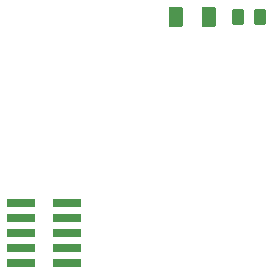
<source format=gbr>
%TF.GenerationSoftware,KiCad,Pcbnew,7.0.10-7.0.10~ubuntu22.04.1*%
%TF.CreationDate,2024-01-21T09:33:42-08:00*%
%TF.ProjectId,MAG_encoder_adapter,4d41475f-656e-4636-9f64-65725f616461,rev?*%
%TF.SameCoordinates,Original*%
%TF.FileFunction,Paste,Top*%
%TF.FilePolarity,Positive*%
%FSLAX46Y46*%
G04 Gerber Fmt 4.6, Leading zero omitted, Abs format (unit mm)*
G04 Created by KiCad (PCBNEW 7.0.10-7.0.10~ubuntu22.04.1) date 2024-01-21 09:33:42*
%MOMM*%
%LPD*%
G01*
G04 APERTURE LIST*
G04 Aperture macros list*
%AMRoundRect*
0 Rectangle with rounded corners*
0 $1 Rounding radius*
0 $2 $3 $4 $5 $6 $7 $8 $9 X,Y pos of 4 corners*
0 Add a 4 corners polygon primitive as box body*
4,1,4,$2,$3,$4,$5,$6,$7,$8,$9,$2,$3,0*
0 Add four circle primitives for the rounded corners*
1,1,$1+$1,$2,$3*
1,1,$1+$1,$4,$5*
1,1,$1+$1,$6,$7*
1,1,$1+$1,$8,$9*
0 Add four rect primitives between the rounded corners*
20,1,$1+$1,$2,$3,$4,$5,0*
20,1,$1+$1,$4,$5,$6,$7,0*
20,1,$1+$1,$6,$7,$8,$9,0*
20,1,$1+$1,$8,$9,$2,$3,0*%
G04 Aperture macros list end*
%ADD10RoundRect,0.250000X-0.262500X-0.450000X0.262500X-0.450000X0.262500X0.450000X-0.262500X0.450000X0*%
%ADD11RoundRect,0.250000X-0.375000X-0.625000X0.375000X-0.625000X0.375000X0.625000X-0.375000X0.625000X0*%
%ADD12R,2.387600X0.762000*%
G04 APERTURE END LIST*
D10*
%TO.C,R1*%
X179655000Y-104140000D03*
X181480000Y-104140000D03*
%TD*%
D11*
%TO.C,D1*%
X174365000Y-104140000D03*
X177165000Y-104140000D03*
%TD*%
D12*
%TO.C,J1*%
X165124402Y-124968000D03*
X161224400Y-124968000D03*
X165124402Y-123698000D03*
X161224400Y-123698000D03*
X165124402Y-122428000D03*
X161224400Y-122428000D03*
X165124402Y-121158000D03*
X161224400Y-121158000D03*
X165124402Y-119888000D03*
X161224400Y-119888000D03*
%TD*%
M02*

</source>
